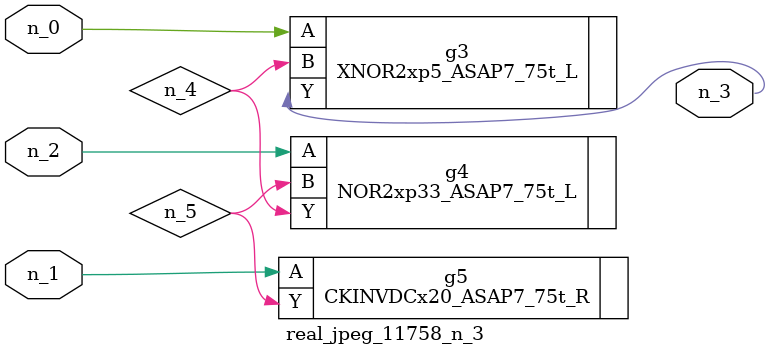
<source format=v>
module real_jpeg_11758_n_3 (n_1, n_0, n_2, n_3);

input n_1;
input n_0;
input n_2;

output n_3;

wire n_5;
wire n_4;

XNOR2xp5_ASAP7_75t_L g3 ( 
.A(n_0),
.B(n_4),
.Y(n_3)
);

CKINVDCx20_ASAP7_75t_R g5 ( 
.A(n_1),
.Y(n_5)
);

NOR2xp33_ASAP7_75t_L g4 ( 
.A(n_2),
.B(n_5),
.Y(n_4)
);


endmodule
</source>
